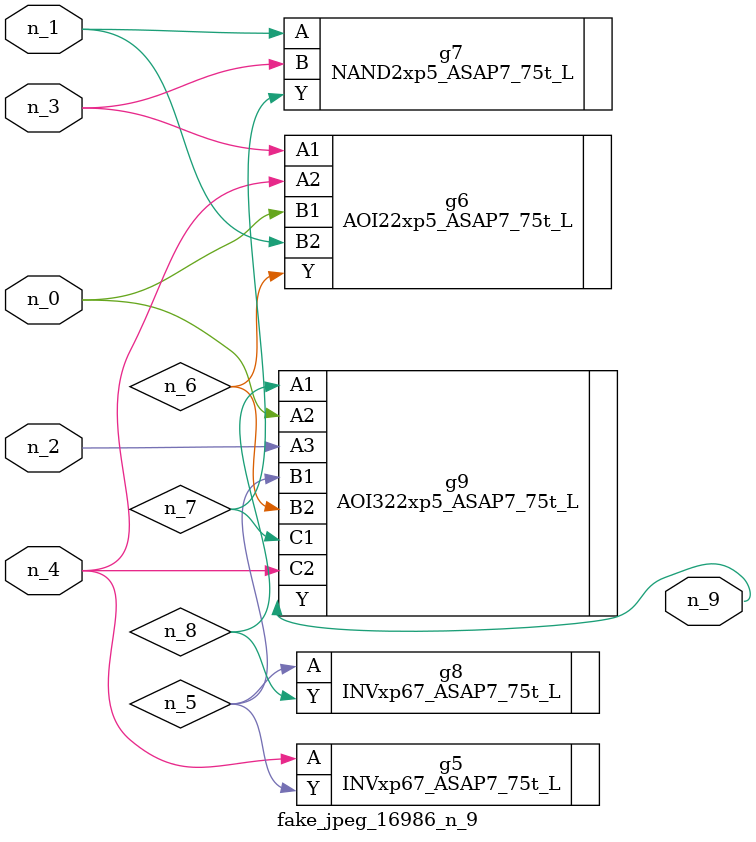
<source format=v>
module fake_jpeg_16986_n_9 (n_3, n_2, n_1, n_0, n_4, n_9);

input n_3;
input n_2;
input n_1;
input n_0;
input n_4;

output n_9;

wire n_8;
wire n_6;
wire n_5;
wire n_7;

INVxp67_ASAP7_75t_L g5 ( 
.A(n_4),
.Y(n_5)
);

AOI22xp5_ASAP7_75t_L g6 ( 
.A1(n_3),
.A2(n_4),
.B1(n_0),
.B2(n_1),
.Y(n_6)
);

NAND2xp5_ASAP7_75t_L g7 ( 
.A(n_1),
.B(n_3),
.Y(n_7)
);

INVxp67_ASAP7_75t_L g8 ( 
.A(n_5),
.Y(n_8)
);

AOI322xp5_ASAP7_75t_L g9 ( 
.A1(n_8),
.A2(n_0),
.A3(n_2),
.B1(n_5),
.B2(n_6),
.C1(n_7),
.C2(n_4),
.Y(n_9)
);


endmodule
</source>
